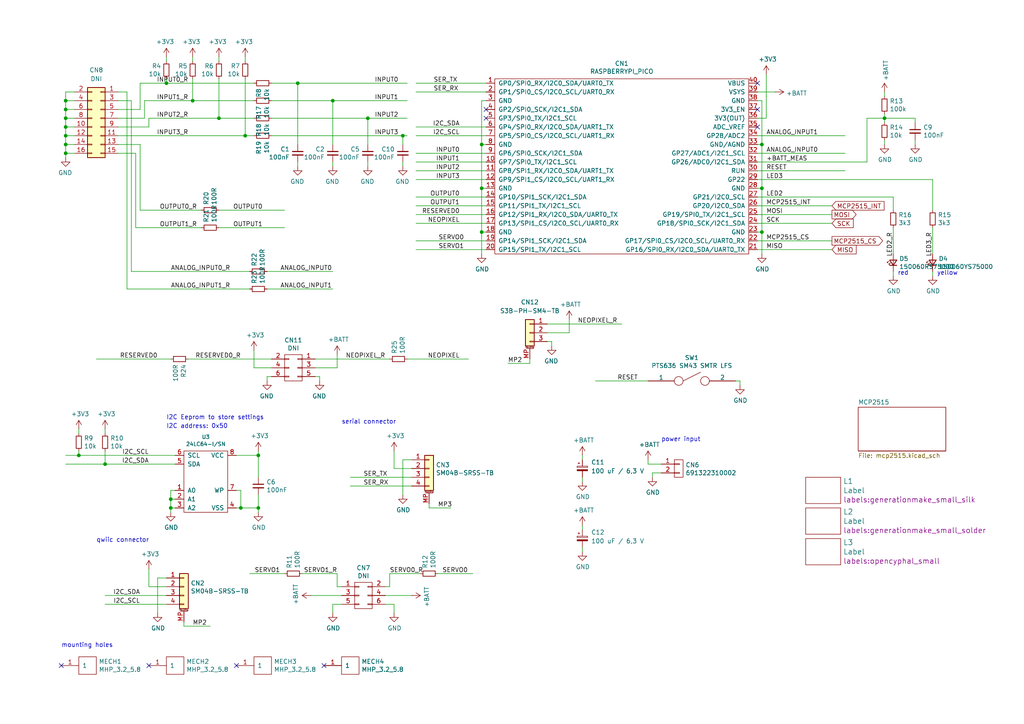
<source format=kicad_sch>
(kicad_sch (version 20211123) (generator eeschema)
  (paper "A4")
  (title_block (title "OpenCyphalPicoBase") (date "2023-04-16") (rev "0.2") (company "generationmake"))
  (lib_symbols
    (symbol "Connector_Generic:Conn_02x08_Odd_Even" (pin_names (offset 1.016) hide)
      (property "Reference" "J" (at 1.27 10.16 0))
      (property "Value" "Conn_02x08_Odd_Even" (at 1.27 -12.7 0))
      (symbol "Conn_02x08_Odd_Even_1_1"
        (pin passive line (at -5.08 7.62 0) (length 3.81) (name "Pin_1") (number "1"))
        (pin passive line (at 7.62 -2.54 180) (length 3.81) (name "Pin_10") (number "10"))
        (pin passive line (at -5.08 -5.08 0) (length 3.81) (name "Pin_11") (number "11"))
        (pin passive line (at 7.62 -5.08 180) (length 3.81) (name "Pin_12") (number "12"))
        (pin passive line (at -5.08 -7.62 0) (length 3.81) (name "Pin_13") (number "13"))
        (pin passive line (at 7.62 -7.62 180) (length 3.81) (name "Pin_14") (number "14"))
        (pin passive line (at -5.08 -10.16 0) (length 3.81) (name "Pin_15") (number "15"))
        (pin passive line (at 7.62 -10.16 180) (length 3.81) (name "Pin_16") (number "16"))
        (pin passive line (at 7.62 7.62 180) (length 3.81) (name "Pin_2") (number "2"))
        (pin passive line (at -5.08 5.08 0) (length 3.81) (name "Pin_3") (number "3"))
        (pin passive line (at 7.62 5.08 180) (length 3.81) (name "Pin_4") (number "4"))
        (pin passive line (at -5.08 2.54 0) (length 3.81) (name "Pin_5") (number "5"))
        (pin passive line (at 7.62 2.54 180) (length 3.81) (name "Pin_6") (number "6"))
        (pin passive line (at -5.08 0 0) (length 3.81) (name "Pin_7") (number "7"))
        (pin passive line (at 7.62 0 180) (length 3.81) (name "Pin_8") (number "8"))
        (pin passive line (at -5.08 -2.54 0) (length 3.81) (name "Pin_9") (number "9"))
      )
    )
    (symbol "Connector_Generic_MountingPin:Conn_01x03_MountingPin" (pin_names (offset 1.016) hide)
      (property "Reference" "J" (at 0 5.08 0))
      (property "Value" "Conn_01x03_MountingPin" (at 1.27 -5.08 0))
      (symbol "Conn_01x03_MountingPin_1_1"
        (text "Mounting" (at 0 -4.191 0) (effects (font (size 0.381 0.381))))
        (pin passive line (at -5.08 2.54 0) (length 3.81) (name "Pin_1") (number "1"))
        (pin passive line (at -5.08 0 0) (length 3.81) (name "Pin_2") (number "2"))
        (pin passive line (at -5.08 -2.54 0) (length 3.81) (name "Pin_3") (number "3"))
        (pin passive line (at 0 -7.62 90) (length 3.048) (name "MountPin") (number "MP"))
      )
    )
    (symbol "Connector_Generic_MountingPin:Conn_01x04_MountingPin" (pin_names (offset 1.016) hide)
      (property "Reference" "J" (at 0 5.08 0))
      (property "Value" "Conn_01x04_MountingPin" (at 1.27 -7.62 0))
      (symbol "Conn_01x04_MountingPin_1_1"
        (text "Mounting" (at 0 -6.731 0) (effects (font (size 0.381 0.381))))
        (pin passive line (at -5.08 2.54 0) (length 3.81) (name "Pin_1") (number "1"))
        (pin passive line (at -5.08 0 0) (length 3.81) (name "Pin_2") (number "2"))
        (pin passive line (at -5.08 -2.54 0) (length 3.81) (name "Pin_3") (number "3"))
        (pin passive line (at -5.08 -5.08 0) (length 3.81) (name "Pin_4") (number "4"))
        (pin passive line (at 0 -10.16 90) (length 3.048) (name "MountPin") (number "MP"))
      )
    )
    (symbol "Device:C_Polarized_Small" (pin_numbers hide) (pin_names (offset 0.254) hide)
      (property "Reference" "C" (at 0.254 1.778 0))
      (property "Value" "C_Polarized_Small" (at 0.254 -2.032 0))
      (symbol "C_Polarized_Small_1_1"
        (pin passive line (at 0 2.54 270) (length 1.8542) (name "~") (number "1"))
        (pin passive line (at 0 -2.54 90) (length 1.8542) (name "~") (number "2"))
      )
    )
    (symbol "Device:C_Small" (pin_numbers hide) (pin_names (offset 0.254) hide)
      (property "Reference" "C" (at 0.254 1.778 0))
      (property "Value" "C_Small" (at 0.254 -2.032 0))
      (symbol "C_Small_1_1"
        (pin passive line (at 0 2.54 270) (length 2.032) (name "~") (number "1"))
        (pin passive line (at 0 -2.54 90) (length 2.032) (name "~") (number "2"))
      )
    )
    (symbol "Device:LED_Small" (pin_numbers hide) (pin_names (offset 0.254) hide)
      (property "Reference" "D" (at -1.27 3.175 0))
      (property "Value" "LED_Small" (at -4.445 -2.54 0))
      (symbol "LED_Small_1_1"
        (pin passive line (at -2.54 0 0) (length 1.778) (name "K") (number "1"))
        (pin passive line (at 2.54 0 180) (length 1.778) (name "A") (number "2"))
      )
    )
    (symbol "Device:R_Small" (pin_numbers hide) (pin_names (offset 0.254) hide)
      (property "Reference" "R" (at 0.762 0.508 0))
      (property "Value" "R_Small" (at 0.762 -1.016 0))
      (symbol "R_Small_1_1"
        (pin passive line (at 0 2.54 270) (length 0.762) (name "~") (number "1"))
        (pin passive line (at 0 -2.54 90) (length 0.762) (name "~") (number "2"))
      )
    )
    (symbol "OpenCyphalPicoBase-rescue:+3.3V-power-supply" (power) (pin_names (offset 0))
      (property "Value" "+3.3V-power-supply" (at 0 3.556 0))
      (symbol "+3.3V-power-supply_1_1"
        (pin power_in line (at 0 0 90) (length 0) hide (name "+3V3") (number "1"))
      )
    )
    (symbol "OpenCyphalPicoBase-rescue:+BATT-power-supply" (power) (pin_names (offset 0))
      (property "Value" "+BATT-power-supply" (at 0 3.556 0))
      (symbol "+BATT-power-supply_1_1"
        (pin power_in line (at 0 0 90) (length 0) hide (name "+BATT") (number "1"))
      )
    )
    (symbol "OpenCyphalPicoBase-rescue:24LC64-IC_interface_i2c" (pin_names (offset 1.016))
      (property "Reference" "U" (at 0 10.16 0))
      (property "Value" "24LC64-IC_interface_i2c" (at 0 -10.16 0))
      (symbol "24LC64-IC_interface_i2c_1_1"
        (pin input line (at -8.89 -2.54 0) (length 2.54) (name "A0") (number "1"))
        (pin input line (at -8.89 -5.08 0) (length 2.54) (name "A1") (number "2"))
        (pin input line (at -8.89 -7.62 0) (length 2.54) (name "A2") (number "3"))
        (pin input line (at 8.89 -7.62 180) (length 2.54) (name "VSS") (number "4"))
        (pin input line (at -8.89 5.08 0) (length 2.54) (name "SDA") (number "5"))
        (pin input line (at -8.89 7.62 0) (length 2.54) (name "SCL") (number "6"))
        (pin input line (at 8.89 -2.54 180) (length 2.54) (name "WP") (number "7"))
        (pin input line (at 8.89 7.62 180) (length 2.54) (name "VCC") (number "8"))
      )
    )
    (symbol "OpenCyphalPicoBase-rescue:CONN_01X02-mechanical-connectors" (pin_names (offset 1.016) hide)
      (property "Reference" "P" (at 0 3.81 0))
      (property "Value" "CONN_01X02-mechanical-connectors" (at 2.54 0 90))
      (symbol "CONN_01X02-mechanical-connectors_1_1"
        (pin passive line (at -5.08 1.27 0) (length 3.81) (name "P1") (number "1"))
        (pin passive line (at -5.08 -1.27 0) (length 3.81) (name "P2") (number "2"))
      )
    )
    (symbol "OpenCyphalPicoBase-rescue:CONN_02X03-mechanical-connectors" (pin_names (offset 0.0254) hide)
      (property "Reference" "P" (at 0 5.08 0))
      (property "Value" "CONN_02X03-mechanical-connectors" (at 0 -5.08 0))
      (symbol "CONN_02X03-mechanical-connectors_1_1"
        (pin passive line (at -6.35 2.54 0) (length 3.81) (name "P1") (number "1"))
        (pin passive line (at 6.35 2.54 180) (length 3.81) (name "P2") (number "2"))
        (pin passive line (at -6.35 0 0) (length 3.81) (name "P3") (number "3"))
        (pin passive line (at 6.35 0 180) (length 3.81) (name "P4") (number "4"))
        (pin passive line (at -6.35 -2.54 0) (length 3.81) (name "P5") (number "5"))
        (pin passive line (at 6.35 -2.54 180) (length 3.81) (name "P6") (number "6"))
      )
    )
    (symbol "OpenCyphalPicoBase-rescue:GND-power-supply" (power) (pin_names (offset 0))
      (property "Value" "GND-power-supply" (at 0 -3.81 0))
      (symbol "GND-power-supply_1_1"
        (pin power_in line (at 0 0 270) (length 0) hide (name "GND") (number "1"))
      )
    )
    (symbol "OpenCyphalPicoBase-rescue:Label-devices" (pin_names (offset 1.016))
      (property "Reference" "L" (at 0 5.08 0))
      (property "Value" "Label-devices" (at 0 0 0))
    )
    (symbol "OpenCyphalPicoBase-rescue:MHP_3.2_5.8-MECH_mounting-holes" (pin_names (offset 1.016))
      (property "Reference" "MECH" (at 0 3.81 0))
      (property "Value" "MHP_3.2_5.8-MECH_mounting-holes" (at 1.27 -3.81 0))
      (symbol "MHP_3.2_5.8-MECH_mounting-holes_1_1"
        (pin bidirectional line (at -7.62 0 0) (length 5.08) (name "1") (number "1"))
      )
    )
    (symbol "OpenCyphalPicoBase-rescue:RASPBERRYPI_PICO-MODULE_compute" (pin_names (offset 1.016))
      (property "Reference" "CN" (at 0 26.67 0))
      (property "Value" "RASPBERRYPI_PICO-MODULE_compute" (at 0 -26.67 0))
      (symbol "RASPBERRYPI_PICO-MODULE_compute_1_1"
        (pin input line (at -39.37 24.13 0) (length 2.54) (name "GP0/SPI0_RX/I2C0_SDA/UART0_TX") (number "1"))
        (pin input line (at -39.37 1.27 0) (length 2.54) (name "GP7/SPI0_TX/I2C1_SCL") (number "10"))
        (pin input line (at -39.37 -1.27 0) (length 2.54) (name "GP8/SPI1_RX/I2C0_SDA/UART1_TX") (number "11"))
        (pin input line (at -39.37 -3.81 0) (length 2.54) (name "GP9/SPI1_CS/I2C0_SCL/UART1_RX") (number "12"))
        (pin input line (at -39.37 -6.35 0) (length 2.54) (name "GND") (number "13"))
        (pin input line (at -39.37 -8.89 0) (length 2.54) (name "GP10/SPI1_SCK/I2C1_SDA") (number "14"))
        (pin input line (at -39.37 -11.43 0) (length 2.54) (name "GP11/SPI1_TX/I2C1_SCL") (number "15"))
        (pin input line (at -39.37 -13.97 0) (length 2.54) (name "GP12/SPI1_RX/I2C0_SDA/UART0_TX") (number "16"))
        (pin input line (at -39.37 -16.51 0) (length 2.54) (name "GP13/SPI1_CS/I2C0_SCL/UART0_RX") (number "17"))
        (pin input line (at -39.37 -19.05 0) (length 2.54) (name "GND") (number "18"))
        (pin input line (at -39.37 -21.59 0) (length 2.54) (name "GP14/SPI1_SCK/I2C1_SDA") (number "19"))
        (pin input line (at -39.37 21.59 0) (length 2.54) (name "GP1/SPI0_CS/I2C0_SCL/UART0_RX") (number "2"))
        (pin input line (at -39.37 -24.13 0) (length 2.54) (name "GP15/SPI1_TX/I2C1_SCL") (number "20"))
        (pin input line (at 39.37 -24.13 180) (length 2.54) (name "GP16/SPI0_RX/I2C0_SDA/UART0_TX") (number "21"))
        (pin input line (at 39.37 -21.59 180) (length 2.54) (name "GP17/SPI0_CS/I2C0_SCL/UART0_RX") (number "22"))
        (pin input line (at 39.37 -19.05 180) (length 2.54) (name "GND") (number "23"))
        (pin input line (at 39.37 -16.51 180) (length 2.54) (name "GP18/SPI0_SCK/I2C1_SDA") (number "24"))
        (pin input line (at 39.37 -13.97 180) (length 2.54) (name "GP19/SPI0_TX/I2C1_SCL") (number "25"))
        (pin input line (at 39.37 -11.43 180) (length 2.54) (name "GP20/I2C0_SDA") (number "26"))
        (pin input line (at 39.37 -8.89 180) (length 2.54) (name "GP21/I2C0_SCL") (number "27"))
        (pin input line (at 39.37 -6.35 180) (length 2.54) (name "GND") (number "28"))
        (pin input line (at 39.37 -3.81 180) (length 2.54) (name "GP22") (number "29"))
        (pin input line (at -39.37 19.05 0) (length 2.54) (name "GND") (number "3"))
        (pin input line (at 39.37 -1.27 180) (length 2.54) (name "RUN") (number "30"))
        (pin input line (at 39.37 1.27 180) (length 2.54) (name "GP26/ADC0/I2C1_SDA") (number "31"))
        (pin input line (at 39.37 3.81 180) (length 2.54) (name "GP27/ADC1/I2C1_SCL") (number "32"))
        (pin input line (at 39.37 6.35 180) (length 2.54) (name "GND/AGND") (number "33"))
        (pin input line (at 39.37 8.89 180) (length 2.54) (name "GP28/ADC2") (number "34"))
        (pin input line (at 39.37 11.43 180) (length 2.54) (name "ADC_VREF") (number "35"))
        (pin input line (at 39.37 13.97 180) (length 2.54) (name "3V3(OUT)") (number "36"))
        (pin input line (at 39.37 16.51 180) (length 2.54) (name "3V3_EN") (number "37"))
        (pin input line (at 39.37 19.05 180) (length 2.54) (name "GND") (number "38"))
        (pin input line (at 39.37 21.59 180) (length 2.54) (name "VSYS") (number "39"))
        (pin input line (at -39.37 16.51 0) (length 2.54) (name "GP2/SPI0_SCK/I2C1_SDA") (number "4"))
        (pin input line (at 39.37 24.13 180) (length 2.54) (name "VBUS") (number "40"))
        (pin input line (at -39.37 13.97 0) (length 2.54) (name "GP3/SPI0_TX/I2C1_SCL") (number "5"))
        (pin input line (at -39.37 11.43 0) (length 2.54) (name "GP4/SPI0_RX/I2C0_SDA/UART1_TX") (number "6"))
        (pin input line (at -39.37 8.89 0) (length 2.54) (name "GP5/SPI0_CS/I2C0_SCL/UART1_RX") (number "7"))
        (pin input line (at -39.37 6.35 0) (length 2.54) (name "GND") (number "8"))
        (pin input line (at -39.37 3.81 0) (length 2.54) (name "GP6/SPI0_SCK/I2C1_SDA") (number "9"))
      )
    )
    (symbol "OpenCyphalPicoBase-rescue:SPST-devices" (pin_numbers hide) (pin_names (offset 0))
      (property "Reference" "SW" (at 0 2.54 0))
      (property "Value" "SPST-devices" (at 0 -2.54 0))
      (symbol "SPST-devices_1_1"
        (pin input line (at -12.7 0 0) (length 7.62) (name "1") (number "1"))
        (pin input line (at 12.7 0 180) (length 7.62) (name "2") (number "2"))
      )
    )
  )
  (junction (at 19.05 29.21))
  (junction (at 19.05 36.83))
  (junction (at 30.48 134.62))
  (junction (at 74.93 147.32))
  (junction (at 220.98 54.61))
  (junction (at 139.7 67.31))
  (junction (at 86.36 24.13))
  (junction (at 19.05 31.75))
  (junction (at 96.52 29.21))
  (junction (at 48.26 24.13))
  (junction (at 49.53 147.32))
  (junction (at 106.68 34.29))
  (junction (at 19.05 34.29))
  (junction (at 22.86 132.08))
  (junction (at 55.88 29.21))
  (junction (at 74.93 132.08))
  (junction (at 220.98 67.31))
  (junction (at 220.98 41.91))
  (junction (at 116.84 39.37))
  (junction (at 49.53 144.78))
  (junction (at 19.05 44.45))
  (junction (at 69.85 147.32))
  (junction (at 71.12 39.37))
  (junction (at 63.5 34.29))
  (junction (at 139.7 54.61))
  (junction (at 19.05 41.91))
  (junction (at 256.54 34.29))
  (junction (at 19.05 39.37))
  (junction (at 139.7 41.91))
  (no_connect (at 140.97 34.29))
  (no_connect (at 219.71 36.83))
  (no_connect (at 140.97 31.75))
  (no_connect (at 93.98 193.04))
  (no_connect (at 17.78 193.04))
  (no_connect (at 219.71 31.75))
  (no_connect (at 43.18 193.04))
  (no_connect (at 219.71 24.13))
  (no_connect (at 68.58 193.04))
  (wire (pts (xy 71.12 17.78) (xy 71.12 16.51)))
  (wire (pts (xy 220.98 67.31) (xy 220.98 73.66)))
  (wire (pts (xy 265.43 40.64) (xy 265.43 41.91)))
  (wire (pts (xy 50.8 142.24) (xy 49.53 142.24)))
  (wire (pts (xy 96.52 78.74) (xy 77.47 78.74)))
  (wire (pts (xy 113.03 170.18) (xy 111.76 170.18)))
  (wire (pts (xy 30.48 175.26) (xy 48.26 175.26)))
  (wire (pts (xy 48.26 167.64) (xy 45.72 167.64)))
  (wire (pts (xy 22.86 124.46) (xy 22.86 125.73)))
  (wire (pts (xy 34.29 29.21) (xy 38.1 29.21)))
  (wire (pts (xy 36.83 83.82) (xy 72.39 83.82)))
  (wire (pts (xy 101.6 138.43) (xy 119.38 138.43)))
  (wire (pts (xy 74.93 147.32) (xy 74.93 148.59)))
  (wire (pts (xy 168.91 152.4) (xy 168.91 153.67)))
  (wire (pts (xy 19.05 36.83) (xy 21.59 36.83)))
  (wire (pts (xy 36.83 26.67) (xy 34.29 26.67)))
  (wire (pts (xy 38.1 78.74) (xy 72.39 78.74)))
  (wire (pts (xy 69.85 147.32) (xy 74.93 147.32)))
  (wire (pts (xy 45.72 167.64) (xy 45.72 177.8)))
  (wire (pts (xy 34.29 44.45) (xy 39.37 44.45)))
  (wire (pts (xy 73.66 34.29) (xy 63.5 34.29)))
  (wire (pts (xy 40.64 31.75) (xy 40.64 24.13)))
  (wire (pts (xy 120.65 69.85) (xy 140.97 69.85)))
  (wire (pts (xy 21.59 26.67) (xy 19.05 26.67)))
  (wire (pts (xy 71.12 39.37) (xy 73.66 39.37)))
  (wire (pts (xy 111.76 175.26) (xy 114.3 175.26)))
  (wire (pts (xy 34.29 39.37) (xy 71.12 39.37)))
  (wire (pts (xy 120.65 39.37) (xy 140.97 39.37)))
  (wire (pts (xy 30.48 134.62) (xy 50.8 134.62)))
  (wire (pts (xy 106.68 41.91) (xy 106.68 34.29)))
  (wire (pts (xy 68.58 147.32) (xy 69.85 147.32)))
  (wire (pts (xy 256.54 27.94) (xy 256.54 26.67)))
  (wire (pts (xy 120.65 52.07) (xy 140.97 52.07)))
  (wire (pts (xy 116.84 46.99) (xy 116.84 48.26)))
  (wire (pts (xy 22.86 132.08) (xy 50.8 132.08)))
  (wire (pts (xy 270.51 52.07) (xy 270.51 60.96)))
  (wire (pts (xy 189.23 137.16) (xy 191.77 137.16)))
  (wire (pts (xy 50.8 144.78) (xy 49.53 144.78)))
  (wire (pts (xy 120.65 26.67) (xy 140.97 26.67)))
  (wire (pts (xy 49.53 142.24) (xy 49.53 144.78)))
  (wire (pts (xy 259.08 57.15) (xy 259.08 60.96)))
  (wire (pts (xy 220.98 41.91) (xy 220.98 54.61)))
  (wire (pts (xy 19.05 41.91) (xy 19.05 44.45)))
  (wire (pts (xy 54.61 104.14) (xy 78.74 104.14)))
  (wire (pts (xy 241.3 59.69) (xy 219.71 59.69)))
  (wire (pts (xy 139.7 29.21) (xy 139.7 41.91)))
  (wire (pts (xy 39.37 66.04) (xy 58.42 66.04)))
  (wire (pts (xy 34.29 31.75) (xy 40.64 31.75)))
  (wire (pts (xy 96.52 29.21) (xy 78.74 29.21)))
  (wire (pts (xy 118.11 29.21) (xy 96.52 29.21)))
  (wire (pts (xy 82.55 60.96) (xy 63.5 60.96)))
  (wire (pts (xy 219.71 29.21) (xy 220.98 29.21)))
  (wire (pts (xy 60.96 181.61) (xy 53.34 181.61)))
  (wire (pts (xy 19.05 34.29) (xy 19.05 36.83)))
  (wire (pts (xy 74.93 132.08) (xy 74.93 138.43)))
  (wire (pts (xy 78.74 106.68) (xy 73.66 106.68)))
  (wire (pts (xy 153.67 105.41) (xy 153.67 104.14)))
  (wire (pts (xy 139.7 67.31) (xy 139.7 73.66)))
  (wire (pts (xy 259.08 78.74) (xy 259.08 80.01)))
  (wire (pts (xy 48.26 16.51) (xy 48.26 17.78)))
  (wire (pts (xy 256.54 40.64) (xy 256.54 41.91)))
  (wire (pts (xy 87.63 166.37) (xy 97.79 166.37)))
  (wire (pts (xy 251.46 34.29) (xy 256.54 34.29)))
  (wire (pts (xy 220.98 29.21) (xy 220.98 41.91)))
  (wire (pts (xy 259.08 66.04) (xy 259.08 73.66)))
  (wire (pts (xy 241.3 72.39) (xy 219.71 72.39)))
  (wire (pts (xy 19.05 36.83) (xy 19.05 39.37)))
  (wire (pts (xy 69.85 142.24) (xy 69.85 147.32)))
  (wire (pts (xy 256.54 35.56) (xy 256.54 34.29)))
  (wire (pts (xy 139.7 54.61) (xy 139.7 67.31)))
  (wire (pts (xy 180.34 93.98) (xy 158.75 93.98)))
  (wire (pts (xy 92.71 109.22) (xy 92.71 110.49)))
  (wire (pts (xy 73.66 24.13) (xy 48.26 24.13)))
  (wire (pts (xy 120.65 36.83) (xy 140.97 36.83)))
  (wire (pts (xy 119.38 133.35) (xy 116.84 133.35)))
  (wire (pts (xy 168.91 138.43) (xy 168.91 139.7)))
  (wire (pts (xy 19.05 41.91) (xy 21.59 41.91)))
  (wire (pts (xy 251.46 46.99) (xy 251.46 34.29)))
  (wire (pts (xy 77.47 109.22) (xy 77.47 110.49)))
  (wire (pts (xy 114.3 135.89) (xy 114.3 130.81)))
  (wire (pts (xy 43.18 170.18) (xy 43.18 165.1)))
  (wire (pts (xy 19.05 44.45) (xy 21.59 44.45)))
  (wire (pts (xy 219.71 41.91) (xy 220.98 41.91)))
  (wire (pts (xy 219.71 34.29) (xy 222.25 34.29)))
  (wire (pts (xy 82.55 66.04) (xy 63.5 66.04)))
  (wire (pts (xy 137.16 166.37) (xy 127 166.37)))
  (wire (pts (xy 245.11 44.45) (xy 219.71 44.45)))
  (wire (pts (xy 172.72 110.49) (xy 187.96 110.49)))
  (wire (pts (xy 43.18 34.29) (xy 63.5 34.29)))
  (wire (pts (xy 116.84 133.35) (xy 116.84 143.51)))
  (wire (pts (xy 78.74 109.22) (xy 77.47 109.22)))
  (wire (pts (xy 55.88 17.78) (xy 55.88 16.51)))
  (wire (pts (xy 21.59 31.75) (xy 19.05 31.75)))
  (wire (pts (xy 113.03 166.37) (xy 121.92 166.37)))
  (wire (pts (xy 63.5 16.51) (xy 63.5 17.78)))
  (wire (pts (xy 34.29 41.91) (xy 40.64 41.91)))
  (wire (pts (xy 71.12 22.86) (xy 71.12 39.37)))
  (wire (pts (xy 68.58 142.24) (xy 69.85 142.24)))
  (wire (pts (xy 22.86 130.81) (xy 22.86 132.08)))
  (wire (pts (xy 165.1 96.52) (xy 165.1 92.71)))
  (wire (pts (xy 90.17 172.72) (xy 99.06 172.72)))
  (wire (pts (xy 40.64 41.91) (xy 40.64 60.96)))
  (wire (pts (xy 140.97 29.21) (xy 139.7 29.21)))
  (wire (pts (xy 140.97 41.91) (xy 139.7 41.91)))
  (wire (pts (xy 43.18 36.83) (xy 43.18 34.29)))
  (wire (pts (xy 74.93 130.81) (xy 74.93 132.08)))
  (wire (pts (xy 49.53 147.32) (xy 49.53 148.59)))
  (wire (pts (xy 219.71 46.99) (xy 251.46 46.99)))
  (wire (pts (xy 19.05 29.21) (xy 19.05 31.75)))
  (wire (pts (xy 86.36 46.99) (xy 86.36 48.26)))
  (wire (pts (xy 241.3 64.77) (xy 219.71 64.77)))
  (wire (pts (xy 19.05 39.37) (xy 19.05 41.91)))
  (wire (pts (xy 270.51 78.74) (xy 270.51 80.01)))
  (wire (pts (xy 41.91 29.21) (xy 55.88 29.21)))
  (wire (pts (xy 86.36 24.13) (xy 78.74 24.13)))
  (wire (pts (xy 96.52 46.99) (xy 96.52 48.26)))
  (wire (pts (xy 119.38 135.89) (xy 114.3 135.89)))
  (wire (pts (xy 158.75 99.06) (xy 160.02 99.06)))
  (wire (pts (xy 189.23 137.16) (xy 189.23 138.43)))
  (wire (pts (xy 19.05 134.62) (xy 30.48 134.62)))
  (wire (pts (xy 168.91 132.08) (xy 168.91 133.35)))
  (wire (pts (xy 256.54 34.29) (xy 265.43 34.29)))
  (wire (pts (xy 140.97 54.61) (xy 139.7 54.61)))
  (wire (pts (xy 187.96 134.62) (xy 187.96 133.35)))
  (wire (pts (xy 19.05 132.08) (xy 22.86 132.08)))
  (wire (pts (xy 38.1 29.21) (xy 38.1 78.74)))
  (wire (pts (xy 39.37 44.45) (xy 39.37 66.04)))
  (wire (pts (xy 219.71 57.15) (xy 259.08 57.15)))
  (wire (pts (xy 48.26 22.86) (xy 48.26 24.13)))
  (wire (pts (xy 48.26 170.18) (xy 43.18 170.18)))
  (wire (pts (xy 97.79 170.18) (xy 99.06 170.18)))
  (wire (pts (xy 219.71 52.07) (xy 270.51 52.07)))
  (wire (pts (xy 36.83 26.67) (xy 36.83 83.82)))
  (wire (pts (xy 53.34 181.61) (xy 53.34 180.34)))
  (wire (pts (xy 120.65 59.69) (xy 140.97 59.69)))
  (wire (pts (xy 91.44 109.22) (xy 92.71 109.22)))
  (wire (pts (xy 120.65 44.45) (xy 140.97 44.45)))
  (wire (pts (xy 73.66 106.68) (xy 73.66 101.6)))
  (wire (pts (xy 19.05 26.67) (xy 19.05 29.21)))
  (wire (pts (xy 116.84 39.37) (xy 78.74 39.37)))
  (wire (pts (xy 91.44 106.68) (xy 97.79 106.68)))
  (wire (pts (xy 120.65 57.15) (xy 140.97 57.15)))
  (wire (pts (xy 55.88 22.86) (xy 55.88 29.21)))
  (wire (pts (xy 220.98 54.61) (xy 220.98 67.31)))
  (wire (pts (xy 49.53 104.14) (xy 27.94 104.14)))
  (wire (pts (xy 130.81 147.32) (xy 124.46 147.32)))
  (wire (pts (xy 219.71 67.31) (xy 220.98 67.31)))
  (wire (pts (xy 41.91 34.29) (xy 41.91 29.21)))
  (wire (pts (xy 96.52 83.82) (xy 77.47 83.82)))
  (wire (pts (xy 58.42 60.96) (xy 40.64 60.96)))
  (wire (pts (xy 19.05 34.29) (xy 21.59 34.29)))
  (wire (pts (xy 265.43 34.29) (xy 265.43 35.56)))
  (wire (pts (xy 119.38 172.72) (xy 111.76 172.72)))
  (wire (pts (xy 139.7 41.91) (xy 139.7 54.61)))
  (wire (pts (xy 19.05 31.75) (xy 19.05 34.29)))
  (wire (pts (xy 160.02 99.06) (xy 160.02 100.33)))
  (wire (pts (xy 19.05 44.45) (xy 19.05 45.72)))
  (wire (pts (xy 118.11 24.13) (xy 86.36 24.13)))
  (wire (pts (xy 30.48 172.72) (xy 48.26 172.72)))
  (wire (pts (xy 120.65 64.77) (xy 140.97 64.77)))
  (wire (pts (xy 19.05 39.37) (xy 21.59 39.37)))
  (wire (pts (xy 118.11 34.29) (xy 106.68 34.29)))
  (wire (pts (xy 21.59 29.21) (xy 19.05 29.21)))
  (wire (pts (xy 74.93 143.51) (xy 74.93 147.32)))
  (wire (pts (xy 214.63 110.49) (xy 214.63 111.76)))
  (wire (pts (xy 120.65 24.13) (xy 140.97 24.13)))
  (wire (pts (xy 222.25 34.29) (xy 222.25 21.59)))
  (wire (pts (xy 40.64 24.13) (xy 48.26 24.13)))
  (wire (pts (xy 120.65 46.99) (xy 140.97 46.99)))
  (wire (pts (xy 97.79 106.68) (xy 97.79 102.87)))
  (wire (pts (xy 86.36 41.91) (xy 86.36 24.13)))
  (wire (pts (xy 168.91 158.75) (xy 168.91 160.02)))
  (wire (pts (xy 55.88 29.21) (xy 73.66 29.21)))
  (wire (pts (xy 191.77 134.62) (xy 187.96 134.62)))
  (wire (pts (xy 50.8 147.32) (xy 49.53 147.32)))
  (wire (pts (xy 147.32 105.41) (xy 153.67 105.41)))
  (wire (pts (xy 72.39 166.37) (xy 82.55 166.37)))
  (wire (pts (xy 224.79 26.67) (xy 219.71 26.67)))
  (wire (pts (xy 99.06 175.26) (xy 96.52 175.26)))
  (wire (pts (xy 124.46 147.32) (xy 124.46 146.05)))
  (wire (pts (xy 113.03 166.37) (xy 113.03 170.18)))
  (wire (pts (xy 49.53 144.78) (xy 49.53 147.32)))
  (wire (pts (xy 245.11 49.53) (xy 219.71 49.53)))
  (wire (pts (xy 213.36 110.49) (xy 214.63 110.49)))
  (wire (pts (xy 113.03 104.14) (xy 91.44 104.14)))
  (wire (pts (xy 219.71 54.61) (xy 220.98 54.61)))
  (wire (pts (xy 30.48 130.81) (xy 30.48 134.62)))
  (wire (pts (xy 241.3 69.85) (xy 219.71 69.85)))
  (wire (pts (xy 30.48 124.46) (xy 30.48 125.73)))
  (wire (pts (xy 63.5 22.86) (xy 63.5 34.29)))
  (wire (pts (xy 140.97 67.31) (xy 139.7 67.31)))
  (wire (pts (xy 97.79 166.37) (xy 97.79 170.18)))
  (wire (pts (xy 96.52 41.91) (xy 96.52 29.21)))
  (wire (pts (xy 118.11 39.37) (xy 116.84 39.37)))
  (wire (pts (xy 120.65 49.53) (xy 140.97 49.53)))
  (wire (pts (xy 120.65 62.23) (xy 140.97 62.23)))
  (wire (pts (xy 114.3 175.26) (xy 114.3 177.8)))
  (wire (pts (xy 101.6 140.97) (xy 119.38 140.97)))
  (wire (pts (xy 158.75 96.52) (xy 165.1 96.52)))
  (wire (pts (xy 135.89 104.14) (xy 118.11 104.14)))
  (wire (pts (xy 34.29 36.83) (xy 43.18 36.83)))
  (wire (pts (xy 120.65 72.39) (xy 140.97 72.39)))
  (wire (pts (xy 68.58 132.08) (xy 74.93 132.08)))
  (wire (pts (xy 106.68 34.29) (xy 78.74 34.29)))
  (wire (pts (xy 106.68 46.99) (xy 106.68 48.26)))
  (wire (pts (xy 241.3 62.23) (xy 219.71 62.23)))
  (wire (pts (xy 245.11 39.37) (xy 219.71 39.37)))
  (wire (pts (xy 96.52 175.26) (xy 96.52 177.8)))
  (wire (pts (xy 116.84 41.91) (xy 116.84 39.37)))
  (wire (pts (xy 34.29 34.29) (xy 41.91 34.29)))
  (wire (pts (xy 270.51 66.04) (xy 270.51 73.66)))
  (wire (pts (xy 256.54 34.29) (xy 256.54 33.02)))
  (text "yellow" (at 271.78 80.01 0) (effects (font (size 1.27 1.27)) (justify left bottom)))
  (text "serial connector" (at 99.06 123.19 0) (effects (font (size 1.27 1.27)) (justify left bottom)))
  (text "qwiic connector" (at 27.94 157.48 0) (effects (font (size 1.27 1.27)) (justify left bottom)))
  (text "mounting holes" (at 17.78 187.96 0) (effects (font (size 1.27 1.27)) (justify left bottom)))
  (text "red" (at 260.35 80.01 0) (effects (font (size 1.27 1.27)) (justify left bottom)))
  (text "I2C address: 0x50" (at 48.26 124.46 0) (effects (font (size 1.27 1.27)) (justify left bottom)))
  (text "I2C Eeprom to store settings" (at 48.26 121.92 0) (effects (font (size 1.27 1.27)) (justify left bottom)))
  (text "power input" (at 191.77 128.27 0) (effects (font (size 1.27 1.27)) (justify left bottom)))
  (label "RESET" (at 222.25 49.53 0))
  (label "LED2_R" (at 259.08 67.31 270))
  (label "MP2" (at 147.32 105.41 0))
  (label "I2C_SCL" (at 43.18 132.08 180))
  (label "INPUT1_R" (at 54.61 29.21 180))
  (label "SER_TX" (at 125.73 24.13 0))
  (label "RESERVED0" (at 45.72 104.14 180))
  (label "ANALOG_INPUT0_R" (at 49.53 78.74 0))
  (label "MP2" (at 55.88 181.61 0))
  (label "MOSI" (at 222.25 62.23 0))
  (label "SERVO1" (at 81.28 166.37 180))
  (label "INPUT2_R" (at 54.61 34.29 180))
  (label "RESERVED0_R" (at 69.85 104.14 180))
  (label "LED2" (at 222.25 57.15 0))
  (label "ANALOG_INPUT0" (at 222.25 44.45 0))
  (label "LED3_R" (at 270.51 67.31 270))
  (label "SER_RX" (at 125.73 26.67 0))
  (label "OUTPUT0" (at 76.2 60.96 180))
  (label "I2C_SCL" (at 133.35 39.37 180))
  (label "ANALOG_INPUT0" (at 81.28 78.74 0))
  (label "INPUT2" (at 133.35 49.53 180))
  (label "INPUT0_R" (at 54.61 24.13 180))
  (label "INPUT0" (at 133.35 44.45 180))
  (label "ANALOG_INPUT1" (at 222.25 39.37 0))
  (label "INPUT3" (at 115.57 39.37 180))
  (label "LED3" (at 222.25 52.07 0))
  (label "SER_RX" (at 105.41 140.97 0))
  (label "I2C_SDA" (at 40.64 172.72 180))
  (label "I2C_SCL" (at 40.64 175.26 180))
  (label "OUTPUT1" (at 133.35 59.69 180))
  (label "SERVO0" (at 134.62 69.85 180))
  (label "I2C_SDA" (at 133.35 36.83 180))
  (label "RESERVED0" (at 133.35 62.23 180))
  (label "RESET" (at 179.07 110.49 0))
  (label "SERVO0" (at 128.27 166.37 0))
  (label "ANALOG_INPUT1_R" (at 49.53 83.82 0))
  (label "OUTPUT1_R" (at 57.15 66.04 180))
  (label "OUTPUT0_R" (at 57.15 60.96 180))
  (label "OUTPUT0" (at 133.35 57.15 180))
  (label "INPUT1" (at 133.35 46.99 180))
  (label "SERVO0_R" (at 113.03 166.37 0))
  (label "NEOPIXEL_R" (at 179.07 93.98 180))
  (label "NEOPIXEL_R" (at 111.76 104.14 180))
  (label "SCK" (at 222.25 64.77 0))
  (label "INPUT3" (at 133.35 52.07 180))
  (label "OUTPUT1" (at 76.2 66.04 180))
  (label "SER_TX" (at 105.41 138.43 0))
  (label "NEOPIXEL" (at 133.35 104.14 180))
  (label "MISO" (at 222.25 72.39 0))
  (label "INPUT3_R" (at 54.61 39.37 180))
  (label "SERVO1" (at 134.62 72.39 180))
  (label "MCP2515_INT" (at 222.25 59.69 0))
  (label "MP3" (at 127 147.32 0))
  (label "INPUT0" (at 115.57 24.13 180))
  (label "INPUT2" (at 115.57 34.29 180))
  (label "ANALOG_INPUT1" (at 81.28 83.82 0))
  (label "INPUT1" (at 115.57 29.21 180))
  (label "SERVO1_R" (at 97.79 166.37 180))
  (label "+BATT_MEAS" (at 222.25 46.99 0))
  (label "I2C_SDA" (at 43.18 134.62 180))
  (label "MCP2515_CS" (at 222.25 69.85 0))
  (label "NEOPIXEL" (at 133.35 64.77 180))
  (global_label "MISO" (shape input) (at 241.3 72.39 0) (property "Referenzen zwischen Schaltplänen" "${INTERSHEET_REFS}" (effects hide)))
  (global_label "MOSI" (shape output) (at 241.3 62.23 0) (property "Referenzen zwischen Schaltplänen" "${INTERSHEET_REFS}" (effects hide)))
  (global_label "MCP2515_CS" (shape output) (at 241.3 69.85 0) (property "Referenzen zwischen Schaltplänen" "${INTERSHEET_REFS}" (effects hide)))
  (global_label "SCK" (shape input) (at 241.3 64.77 0) (property "Referenzen zwischen Schaltplänen" "${INTERSHEET_REFS}" (effects hide)))
  (global_label "MCP2515_INT" (shape input) (at 241.3 59.69 0) (property "Referenzen zwischen Schaltplänen" "${INTERSHEET_REFS}" (effects hide)))
  (symbol (lib_id "OpenCyphalPicoBase-rescue:MHP_3.2_5.8-MECH_mounting-holes") (at 25.4 193.04 0) (unit 1) (in_bom no)
    (property "Reference" "MECH1" (at 28.6512 191.8716 0) (effects (justify left)))
    (property "Value" "MHP_3.2_5.8" (at 28.6512 194.183 0) (effects (justify left)))
    (property "Footprint" "MECH_mounting_holes:MHP_3.2_5.8" (effects hide))
  )
  (symbol (lib_id "OpenCyphalPicoBase-rescue:MHP_3.2_5.8-MECH_mounting-holes") (at 50.8 193.04 0) (unit 1) (in_bom no)
    (property "Reference" "MECH2" (at 54.0512 191.8716 0) (effects (justify left)))
    (property "Value" "MHP_3.2_5.8" (at 54.0512 194.183 0) (effects (justify left)))
    (property "Footprint" "MECH_mounting_holes:MHP_3.2_5.8" (effects hide))
  )
  (symbol (lib_id "OpenCyphalPicoBase-rescue:MHP_3.2_5.8-MECH_mounting-holes") (at 76.2 193.04 0) (unit 1) (in_bom no)
    (property "Reference" "MECH3" (at 79.4512 191.8716 0) (effects (justify left)))
    (property "Value" "MHP_3.2_5.8" (at 79.4512 194.183 0) (effects (justify left)))
    (property "Footprint" "MECH_mounting_holes:MHP_3.2_5.8" (effects hide))
  )
  (symbol (lib_id "OpenCyphalPicoBase-rescue:MHP_3.2_5.8-MECH_mounting-holes") (at 101.6 193.04 0) (unit 1) (in_bom no)
    (property "Reference" "MECH4" (at 104.8512 191.8716 0) (effects (justify left)))
    (property "Value" "MHP_3.2_5.8" (at 104.8512 194.183 0) (effects (justify left)))
    (property "Footprint" "MECH_mounting_holes:MHP_3.2_5.8" (effects hide))
  )
  (symbol (lib_id "OpenCyphalPicoBase-rescue:GND-power-supply") (at 139.7 73.66 0) (unit 1)
    (property "Reference" "#PWR01" (effects hide))
    (property "Value" "GND" (at 139.827 78.0542 0))
  )
  (symbol (lib_id "OpenCyphalPicoBase-rescue:+3.3V-power-supply") (at 222.25 21.59 0) (unit 1)
    (property "Reference" "#PWR02" (effects hide))
    (property "Value" "+3.3V" (at 222.631 17.1958 0))
  )
  (symbol (lib_id "OpenCyphalPicoBase-rescue:CONN_02X03-mechanical-connectors") (at 105.41 172.72 0) (unit 1) (in_bom no)
    (property "Reference" "CN7" (at 105.41 164.719 0))
    (property "Value" "DNI" (at 105.41 167.0304 0))
    (property "Footprint" "Connector_PinHeader_2.54mm:PinHeader_2x03_P2.54mm_Horizontal" (effects hide))
  )
  (symbol (lib_id "OpenCyphalPicoBase-rescue:GND-power-supply") (at 96.52 177.8 0) (unit 1)
    (property "Reference" "#PWR032" (effects hide))
    (property "Value" "GND" (at 96.647 182.1942 0))
  )
  (symbol (lib_id "OpenCyphalPicoBase-rescue:GND-power-supply") (at 114.3 177.8 0) (unit 1)
    (property "Reference" "#PWR033" (effects hide))
    (property "Value" "GND" (at 114.427 182.1942 0))
  )
  (symbol (lib_id "Connector_Generic_MountingPin:Conn_01x04_MountingPin") (at 124.46 135.89 0) (unit 1)
    (property "Reference" "CN3" (at 126.4412 134.8486 0) (effects (justify left)))
    (property "Value" "SM04B-SRSS-TB" (at 126.4412 137.16 0) (effects (justify left)))
    (property "Footprint" "Connector_JST:JST_SH_SM04B-SRSS-TB_1x04-1MP_P1.00mm_Horizontal" (effects hide))
  )
  (symbol (lib_id "OpenCyphalPicoBase-rescue:GND-power-supply") (at 116.84 143.51 0) (unit 1)
    (property "Reference" "#PWR040" (effects hide))
    (property "Value" "GND" (at 116.967 147.9042 0))
  )
  (symbol (lib_id "OpenCyphalPicoBase-rescue:+3.3V-power-supply") (at 114.3 130.81 0) (unit 1)
    (property "Reference" "#PWR039" (effects hide))
    (property "Value" "+3.3V" (at 114.681 126.4158 0))
  )
  (symbol (lib_id "Device:R_Small") (at 22.86 128.27 0) (unit 1)
    (property "Reference" "R9" (at 24.3586 127.1016 0) (effects (justify left)))
    (property "Value" "10k" (at 24.3586 129.413 0) (effects (justify left)))
    (property "Footprint" "Resistor_SMD:R_0603_1608Metric" (effects hide))
  )
  (symbol (lib_id "Device:R_Small") (at 30.48 128.27 0) (unit 1)
    (property "Reference" "R10" (at 31.9786 127.1016 0) (effects (justify left)))
    (property "Value" "10k" (at 31.9786 129.413 0) (effects (justify left)))
    (property "Footprint" "Resistor_SMD:R_0603_1608Metric" (effects hide))
  )
  (symbol (lib_id "OpenCyphalPicoBase-rescue:+3.3V-power-supply") (at 22.86 124.46 0) (unit 1)
    (property "Reference" "#PWR041" (effects hide))
    (property "Value" "+3.3V" (at 23.241 120.0658 0))
  )
  (symbol (lib_id "OpenCyphalPicoBase-rescue:+3.3V-power-supply") (at 30.48 124.46 0) (unit 1)
    (property "Reference" "#PWR042" (effects hide))
    (property "Value" "+3.3V" (at 30.861 120.0658 0))
  )
  (symbol (lib_id "OpenCyphalPicoBase-rescue:GND-power-supply") (at 45.72 177.8 0) (unit 1)
    (property "Reference" "#PWR031" (effects hide))
    (property "Value" "GND" (at 45.847 182.1942 0))
  )
  (symbol (lib_id "Connector_Generic_MountingPin:Conn_01x04_MountingPin") (at 53.34 170.18 0) (unit 1)
    (property "Reference" "CN2" (at 55.3212 169.1386 0) (effects (justify left)))
    (property "Value" "SM04B-SRSS-TB" (at 55.3212 171.45 0) (effects (justify left)))
    (property "Footprint" "Connector_JST:JST_SH_SM04B-SRSS-TB_1x04-1MP_P1.00mm_Horizontal" (effects hide))
  )
  (symbol (lib_id "OpenCyphalPicoBase-rescue:+3.3V-power-supply") (at 43.18 165.1 0) (unit 1)
    (property "Reference" "#PWR019" (effects hide))
    (property "Value" "+3.3V" (at 43.561 160.7058 0))
  )
  (symbol (lib_id "Device:R_Small") (at 124.46 166.37 90) (unit 1)
    (property "Reference" "R12" (at 123.2916 164.8714 0) (effects (justify left)))
    (property "Value" "100R" (at 125.603 164.8714 0) (effects (justify left)))
    (property "Footprint" "Resistor_SMD:R_0603_1608Metric" (effects hide))
  )
  (symbol (lib_id "Device:R_Small") (at 85.09 166.37 90) (unit 1)
    (property "Reference" "R11" (at 83.9216 164.8714 0) (effects (justify left)))
    (property "Value" "100R" (at 86.233 164.8714 0) (effects (justify left)))
    (property "Footprint" "Resistor_SMD:R_0603_1608Metric" (effects hide))
  )
  (symbol (lib_id "OpenCyphalPicoBase-rescue:24LC64-IC_interface_i2c") (at 59.69 139.7 0) (unit 1)
    (property "Reference" "U3" (at 59.69 126.746 0) (effects (font (size 1.0922 1.0922))))
    (property "Value" "24LC64-I/SN" (at 59.69 128.8034 0) (effects (font (size 1.0922 1.0922))))
    (property "Footprint" "Package_SO:SOIC-8_3.9x4.9mm_P1.27mm" (effects hide))
  )
  (symbol (lib_id "Device:C_Small") (at 74.93 140.97 0) (unit 1)
    (property "Reference" "C6" (at 77.2668 139.8016 0) (effects (justify left)))
    (property "Value" "100nF" (at 77.2668 142.113 0) (effects (justify left)))
    (property "Footprint" "Capacitor_SMD:C_0603_1608Metric" (effects hide))
  )
  (symbol (lib_id "OpenCyphalPicoBase-rescue:+3.3V-power-supply") (at 74.93 130.81 0) (unit 1)
    (property "Reference" "#PWR016" (effects hide))
    (property "Value" "+3.3V" (at 75.311 126.4158 0))
  )
  (symbol (lib_id "OpenCyphalPicoBase-rescue:GND-power-supply") (at 74.93 148.59 0) (unit 1)
    (property "Reference" "#PWR018" (effects hide))
    (property "Value" "GND" (at 75.057 152.9842 0))
  )
  (symbol (lib_id "OpenCyphalPicoBase-rescue:GND-power-supply") (at 49.53 148.59 0) (unit 1)
    (property "Reference" "#PWR017" (effects hide))
    (property "Value" "GND" (at 49.657 152.9842 0))
  )
  (symbol (lib_id "OpenCyphalPicoBase-rescue:CONN_01X02-mechanical-connectors") (at 196.85 135.89 0) (unit 1) (in_bom no)
    (property "Reference" "CN6" (at 198.8312 134.8486 0) (effects (justify left)))
    (property "Value" "691322310002" (at 198.8312 137.16 0) (effects (justify left)))
    (property "Footprint" "CON_wuerth:WR-TBL_691322310002" (effects hide))
  )
  (symbol (lib_id "OpenCyphalPicoBase-rescue:GND-power-supply") (at 189.23 138.43 0) (unit 1)
    (property "Reference" "#PWR021" (effects hide))
    (property "Value" "GND" (at 189.357 142.8242 0))
  )
  (symbol (lib_id "OpenCyphalPicoBase-rescue:+BATT-power-supply") (at 187.96 133.35 0) (unit 1)
    (property "Reference" "#PWR020" (effects hide))
    (property "Value" "+BATT" (at 188.341 128.9558 0))
  )
  (symbol (lib_id "OpenCyphalPicoBase-rescue:+BATT-power-supply") (at 224.79 26.67 270) (unit 1)
    (property "Reference" "#PWR015" (effects hide))
    (property "Value" "+BATT" (at 228.0158 27.051 90) (effects (justify left)))
  )
  (symbol (lib_id "Device:LED_Small") (at 259.08 76.2 90) (unit 1)
    (property "Reference" "D5" (at 260.8072 75.0316 90) (effects (justify right)))
    (property "Value" "150060RS75000" (at 260.8072 77.343 90) (effects (justify right)))
    (property "Footprint" "LED_SMD:LED_0603_1608Metric" (effects hide))
  )
  (symbol (lib_id "Device:R_Small") (at 259.08 63.5 0) (unit 1)
    (property "Reference" "R16" (at 260.5786 62.3316 0) (effects (justify left)))
    (property "Value" "3k3" (at 260.5786 64.643 0) (effects (justify left)))
    (property "Footprint" "Resistor_SMD:R_0603_1608Metric" (effects hide))
  )
  (symbol (lib_id "OpenCyphalPicoBase-rescue:GND-power-supply") (at 259.08 80.01 0) (unit 1)
    (property "Reference" "#PWR047" (effects hide))
    (property "Value" "GND" (at 259.207 84.4042 0))
  )
  (symbol (lib_id "Device:LED_Small") (at 270.51 76.2 90) (unit 1)
    (property "Reference" "D4" (at 272.2372 75.0316 90) (effects (justify right)))
    (property "Value" "150060YS75000" (at 272.2372 77.343 90) (effects (justify right)))
    (property "Footprint" "LED_SMD:LED_0603_1608Metric" (effects hide))
  )
  (symbol (lib_id "Device:R_Small") (at 270.51 63.5 0) (unit 1)
    (property "Reference" "R15" (at 272.0086 62.3316 0) (effects (justify left)))
    (property "Value" "3k3" (at 272.0086 64.643 0) (effects (justify left)))
    (property "Footprint" "Resistor_SMD:R_0603_1608Metric" (effects hide))
  )
  (symbol (lib_id "OpenCyphalPicoBase-rescue:GND-power-supply") (at 270.51 80.01 0) (unit 1)
    (property "Reference" "#PWR046" (effects hide))
    (property "Value" "GND" (at 270.637 84.4042 0))
  )
  (symbol (lib_id "Device:R_Small") (at 256.54 30.48 0) (unit 1)
    (property "Reference" "R13" (at 258.0386 29.3116 0) (effects (justify left)))
    (property "Value" "100k" (at 258.0386 31.623 0) (effects (justify left)))
    (property "Footprint" "Resistor_SMD:R_0603_1608Metric" (effects hide))
  )
  (symbol (lib_id "Device:R_Small") (at 256.54 38.1 0) (unit 1)
    (property "Reference" "R14" (at 258.0386 36.9316 0) (effects (justify left)))
    (property "Value" "10k" (at 258.0386 39.243 0) (effects (justify left)))
    (property "Footprint" "Resistor_SMD:R_0603_1608Metric" (effects hide))
  )
  (symbol (lib_id "Device:C_Small") (at 265.43 38.1 0) (unit 1)
    (property "Reference" "C9" (at 267.7668 36.9316 0) (effects (justify left)))
    (property "Value" "100nF" (at 267.7668 39.243 0) (effects (justify left)))
    (property "Footprint" "Capacitor_SMD:C_0603_1608Metric" (effects hide))
  )
  (symbol (lib_id "OpenCyphalPicoBase-rescue:GND-power-supply") (at 265.43 41.91 0) (unit 1)
    (property "Reference" "#PWR045" (effects hide))
    (property "Value" "GND" (at 265.557 46.3042 0))
  )
  (symbol (lib_id "OpenCyphalPicoBase-rescue:GND-power-supply") (at 256.54 41.91 0) (unit 1)
    (property "Reference" "#PWR044" (effects hide))
    (property "Value" "GND" (at 256.667 46.3042 0))
  )
  (symbol (lib_id "OpenCyphalPicoBase-rescue:+BATT-power-supply") (at 256.54 26.67 0) (unit 1)
    (property "Reference" "#PWR043" (effects hide))
    (property "Value" "+BATT" (at 256.921 23.4442 90) (effects (justify left)))
  )
  (symbol (lib_id "OpenCyphalPicoBase-rescue:Label-devices") (at 238.76 142.24 0) (unit 1) (in_bom no)
    (property "Reference" "L1" (at 244.5512 139.5476 0) (effects (font (size 1.524 1.524)) (justify left)))
    (property "Value" "Label" (at 244.5512 142.24 0) (effects (font (size 1.524 1.524)) (justify left)))
    (property "Footprint" "labels:generationmake_small_silk" (at 244.5512 144.9324 0) (effects (font (size 1.524 1.524)) (justify left)))
  )
  (symbol (lib_id "OpenCyphalPicoBase-rescue:Label-devices") (at 238.76 151.13 0) (unit 1) (in_bom no)
    (property "Reference" "L2" (at 244.5512 148.4376 0) (effects (font (size 1.524 1.524)) (justify left)))
    (property "Value" "Label" (at 244.5512 151.13 0) (effects (font (size 1.524 1.524)) (justify left)))
    (property "Footprint" "labels:generationmake_small_solder" (at 244.5512 153.8224 0) (effects (font (size 1.524 1.524)) (justify left)))
  )
  (symbol (lib_id "OpenCyphalPicoBase-rescue:Label-devices") (at 238.76 160.02 0) (unit 1) (in_bom no)
    (property "Reference" "L3" (at 244.5512 157.3276 0) (effects (font (size 1.524 1.524)) (justify left)))
    (property "Value" "Label" (at 244.5512 160.02 0) (effects (font (size 1.524 1.524)) (justify left)))
    (property "Footprint" "labels:opencyphal_small" (at 244.5512 162.7124 0) (effects (font (size 1.524 1.524)) (justify left)))
  )
  (symbol (lib_id "OpenCyphalPicoBase-rescue:RASPBERRYPI_PICO-MODULE_compute") (at 180.34 48.26 0) (unit 1) (in_bom no)
    (property "Reference" "CN1" (at 180.34 18.415 0))
    (property "Value" "RASPBERRYPI_PICO" (at 180.34 20.7264 0))
    (property "Footprint" "generationmake:RASPI_PICO_SOLDER_Kopie" (effects hide))
  )
  (symbol (lib_id "OpenCyphalPicoBase-rescue:GND-power-supply") (at 220.98 73.66 0) (unit 1)
    (property "Reference" "#PWR05" (effects hide))
    (property "Value" "GND" (at 221.107 78.0542 0))
  )
  (symbol (lib_id "Device:R_Small") (at 48.26 20.32 0) (mirror y) (unit 1)
    (property "Reference" "R4" (at 46.7614 19.1516 0) (effects (justify left)))
    (property "Value" "10k" (at 46.7614 21.463 0) (effects (justify left)))
    (property "Footprint" "Resistor_SMD:R_0603_1608Metric" (effects hide))
  )
  (symbol (lib_id "Device:R_Small") (at 55.88 20.32 0) (mirror y) (unit 1)
    (property "Reference" "R5" (at 54.3814 19.1516 0) (effects (justify left)))
    (property "Value" "10k" (at 54.3814 21.463 0) (effects (justify left)))
    (property "Footprint" "Resistor_SMD:R_0603_1608Metric" (effects hide))
  )
  (symbol (lib_id "Device:R_Small") (at 63.5 20.32 0) (mirror y) (unit 1)
    (property "Reference" "R6" (at 62.0014 19.1516 0) (effects (justify left)))
    (property "Value" "10k" (at 62.0014 21.463 0) (effects (justify left)))
    (property "Footprint" "Resistor_SMD:R_0603_1608Metric" (effects hide))
  )
  (symbol (lib_id "Device:R_Small") (at 71.12 20.32 0) (mirror y) (unit 1)
    (property "Reference" "R7" (at 69.6214 19.1516 0) (effects (justify left)))
    (property "Value" "10k" (at 69.6214 21.463 0) (effects (justify left)))
    (property "Footprint" "Resistor_SMD:R_0603_1608Metric" (effects hide))
  )
  (symbol (lib_id "Device:R_Small") (at 76.2 24.13 90) (mirror x) (unit 1)
    (property "Reference" "R8" (at 75.0316 25.6286 0) (effects (justify left)))
    (property "Value" "10k" (at 77.343 25.6286 0) (effects (justify left)))
    (property "Footprint" "Resistor_SMD:R_0603_1608Metric" (effects hide))
  )
  (symbol (lib_id "Device:R_Small") (at 76.2 29.21 90) (mirror x) (unit 1)
    (property "Reference" "R17" (at 75.0316 30.7086 0) (effects (justify left)))
    (property "Value" "10k" (at 77.343 30.7086 0) (effects (justify left)))
    (property "Footprint" "Resistor_SMD:R_0603_1608Metric" (effects hide))
  )
  (symbol (lib_id "Device:R_Small") (at 76.2 34.29 90) (mirror x) (unit 1)
    (property "Reference" "R18" (at 75.0316 35.7886 0) (effects (justify left)))
    (property "Value" "10k" (at 77.343 35.7886 0) (effects (justify left)))
    (property "Footprint" "Resistor_SMD:R_0603_1608Metric" (effects hide))
  )
  (symbol (lib_id "Device:R_Small") (at 76.2 39.37 90) (mirror x) (unit 1)
    (property "Reference" "R19" (at 75.0316 40.8686 0) (effects (justify left)))
    (property "Value" "10k" (at 77.343 40.8686 0) (effects (justify left)))
    (property "Footprint" "Resistor_SMD:R_0603_1608Metric" (effects hide))
  )
  (symbol (lib_id "Device:C_Small") (at 86.36 44.45 0) (mirror y) (unit 1)
    (property "Reference" "C1" (at 84.0232 43.2816 0) (effects (justify left)))
    (property "Value" "100nF" (at 84.0232 45.593 0) (effects (justify left)))
    (property "Footprint" "Capacitor_SMD:C_0603_1608Metric" (effects hide))
  )
  (symbol (lib_id "Device:C_Small") (at 96.52 44.45 0) (mirror y) (unit 1)
    (property "Reference" "C2" (at 94.1832 43.2816 0) (effects (justify left)))
    (property "Value" "100nF" (at 94.1832 45.593 0) (effects (justify left)))
    (property "Footprint" "Capacitor_SMD:C_0603_1608Metric" (effects hide))
  )
  (symbol (lib_id "Device:C_Small") (at 106.68 44.45 0) (mirror y) (unit 1)
    (property "Reference" "C5" (at 104.3432 43.2816 0) (effects (justify left)))
    (property "Value" "100nF" (at 104.3432 45.593 0) (effects (justify left)))
    (property "Footprint" "Capacitor_SMD:C_0603_1608Metric" (effects hide))
  )
  (symbol (lib_id "Device:C_Small") (at 116.84 44.45 0) (mirror y) (unit 1)
    (property "Reference" "C10" (at 114.5032 43.2816 0) (effects (justify left)))
    (property "Value" "100nF" (at 114.5032 45.593 0) (effects (justify left)))
    (property "Footprint" "Capacitor_SMD:C_0603_1608Metric" (effects hide))
  )
  (symbol (lib_id "OpenCyphalPicoBase-rescue:GND-power-supply") (at 86.36 48.26 0) (mirror y) (unit 1)
    (property "Reference" "#PWR09" (effects hide))
    (property "Value" "GND" (at 86.233 52.6542 0))
  )
  (symbol (lib_id "OpenCyphalPicoBase-rescue:GND-power-supply") (at 96.52 48.26 0) (mirror y) (unit 1)
    (property "Reference" "#PWR010" (effects hide))
    (property "Value" "GND" (at 96.393 52.6542 0))
  )
  (symbol (lib_id "OpenCyphalPicoBase-rescue:GND-power-supply") (at 106.68 48.26 0) (mirror y) (unit 1)
    (property "Reference" "#PWR011" (effects hide))
    (property "Value" "GND" (at 106.553 52.6542 0))
  )
  (symbol (lib_id "OpenCyphalPicoBase-rescue:GND-power-supply") (at 116.84 48.26 0) (mirror y) (unit 1)
    (property "Reference" "#PWR012" (effects hide))
    (property "Value" "GND" (at 116.713 52.6542 0))
  )
  (symbol (lib_id "OpenCyphalPicoBase-rescue:+3.3V-power-supply") (at 48.26 16.51 0) (mirror y) (unit 1)
    (property "Reference" "#PWR03" (effects hide))
    (property "Value" "+3.3V" (at 47.879 12.1158 0))
  )
  (symbol (lib_id "OpenCyphalPicoBase-rescue:+3.3V-power-supply") (at 55.88 16.51 0) (mirror y) (unit 1)
    (property "Reference" "#PWR04" (effects hide))
    (property "Value" "+3.3V" (at 55.499 12.1158 0))
  )
  (symbol (lib_id "OpenCyphalPicoBase-rescue:+3.3V-power-supply") (at 63.5 16.51 0) (mirror y) (unit 1)
    (property "Reference" "#PWR06" (effects hide))
    (property "Value" "+3.3V" (at 63.119 12.1158 0))
  )
  (symbol (lib_id "OpenCyphalPicoBase-rescue:+3.3V-power-supply") (at 71.12 16.51 0) (mirror y) (unit 1)
    (property "Reference" "#PWR07" (effects hide))
    (property "Value" "+3.3V" (at 70.739 12.1158 0))
  )
  (symbol (lib_id "Device:R_Small") (at 60.96 60.96 90) (unit 1)
    (property "Reference" "R20" (at 59.7916 59.4614 0) (effects (justify left)))
    (property "Value" "100R" (at 62.103 59.4614 0) (effects (justify left)))
    (property "Footprint" "Resistor_SMD:R_0603_1608Metric" (effects hide))
  )
  (symbol (lib_id "Device:R_Small") (at 60.96 66.04 90) (unit 1)
    (property "Reference" "R21" (at 59.7916 64.5414 0) (effects (justify left)))
    (property "Value" "100R" (at 62.103 64.5414 0) (effects (justify left)))
    (property "Footprint" "Resistor_SMD:R_0603_1608Metric" (effects hide))
  )
  (symbol (lib_id "OpenCyphalPicoBase-rescue:GND-power-supply") (at 19.05 45.72 0) (mirror y) (unit 1)
    (property "Reference" "#PWR013" (effects hide))
    (property "Value" "GND" (at 18.923 50.1142 0))
  )
  (symbol (lib_id "Device:R_Small") (at 74.93 78.74 90) (unit 1)
    (property "Reference" "R22" (at 73.7616 77.2414 0) (effects (justify left)))
    (property "Value" "100R" (at 76.073 77.2414 0) (effects (justify left)))
    (property "Footprint" "Resistor_SMD:R_0603_1608Metric" (effects hide))
  )
  (symbol (lib_id "Device:R_Small") (at 74.93 83.82 90) (unit 1)
    (property "Reference" "R23" (at 73.7616 82.3214 0) (effects (justify left)))
    (property "Value" "100R" (at 76.073 82.3214 0) (effects (justify left)))
    (property "Footprint" "Resistor_SMD:R_0603_1608Metric" (effects hide))
  )
  (symbol (lib_id "OpenCyphalPicoBase-rescue:GND-power-supply") (at 77.47 110.49 0) (mirror y) (unit 1)
    (property "Reference" "#PWR050" (effects hide))
    (property "Value" "GND" (at 77.343 114.8842 0))
  )
  (symbol (lib_id "OpenCyphalPicoBase-rescue:+3.3V-power-supply") (at 73.66 101.6 0) (unit 1)
    (property "Reference" "#PWR048" (effects hide))
    (property "Value" "+3.3V" (at 74.041 97.2058 0))
  )
  (symbol (lib_id "Device:R_Small") (at 52.07 104.14 270) (unit 1)
    (property "Reference" "R24" (at 53.2384 105.6386 0) (effects (justify left)))
    (property "Value" "100R" (at 50.927 105.6386 0) (effects (justify left)))
    (property "Footprint" "Resistor_SMD:R_0603_1608Metric" (effects hide))
  )
  (symbol (lib_id "OpenCyphalPicoBase-rescue:GND-power-supply") (at 92.71 110.49 0) (mirror y) (unit 1)
    (property "Reference" "#PWR051" (effects hide))
    (property "Value" "GND" (at 92.583 114.8842 0))
  )
  (symbol (lib_id "Device:R_Small") (at 115.57 104.14 90) (unit 1)
    (property "Reference" "R25" (at 114.4016 102.6414 0) (effects (justify left)))
    (property "Value" "100R" (at 116.713 102.6414 0) (effects (justify left)))
    (property "Footprint" "Resistor_SMD:R_0603_1608Metric" (effects hide))
  )
  (symbol (lib_id "OpenCyphalPicoBase-rescue:+BATT-power-supply") (at 97.79 102.87 0) (unit 1)
    (property "Reference" "#PWR049" (effects hide))
    (property "Value" "+BATT" (at 98.171 98.4758 0))
  )
  (symbol (lib_id "OpenCyphalPicoBase-rescue:SPST-devices") (at 200.66 110.49 0) (unit 1)
    (property "Reference" "SW1" (at 200.66 103.759 0))
    (property "Value" "PTS636 SM43 SMTR LFS" (at 200.66 106.0704 0))
    (property "Footprint" "Button_Switch_SMD:SW_SPST_CK_RS282G05A3" (effects hide))
  )
  (symbol (lib_id "OpenCyphalPicoBase-rescue:GND-power-supply") (at 214.63 111.76 0) (unit 1)
    (property "Reference" "#PWR054" (effects hide))
    (property "Value" "GND" (at 214.757 116.1542 0))
  )
  (symbol (lib_id "Device:C_Polarized_Small") (at 168.91 156.21 0) (unit 1)
    (property "Reference" "C12" (at 171.45 154.3938 0) (effects (justify left)))
    (property "Value" "100 uF / 6,3 V" (at 171.45 156.9338 0) (effects (justify left)))
    (property "Footprint" "Capacitor_SMD:CP_Elec_5x5.3" (effects hide))
  )
  (symbol (lib_id "OpenCyphalPicoBase-rescue:GND-power-supply") (at 168.91 139.7 0) (unit 1)
    (property "Reference" "#PWR014" (effects hide))
    (property "Value" "GND" (at 169.037 144.0942 0))
  )
  (symbol (lib_id "OpenCyphalPicoBase-rescue:+BATT-power-supply") (at 168.91 152.4 0) (unit 1)
    (property "Reference" "#PWR052" (effects hide))
    (property "Value" "+BATT" (at 169.291 148.0058 0))
  )
  (symbol (lib_id "Connector_Generic:Conn_02x08_Odd_Even") (at 29.21 34.29 0) (mirror y) (unit 1) (in_bom no)
    (property "Reference" "CN8" (at 27.94 20.32 0))
    (property "Value" "DNI" (at 27.94 22.86 0))
    (property "Footprint" "Connector_PinHeader_2.54mm:PinHeader_2x08_P2.54mm_Vertical" (effects hide))
  )
  (symbol (lib_id "Connector_Generic_MountingPin:Conn_01x03_MountingPin") (at 153.67 96.52 0) (mirror y) (unit 1)
    (property "Reference" "CN12" (at 153.67 87.63 0))
    (property "Value" "S3B-PH-SM4-TB" (at 153.67 90.17 0))
    (property "Footprint" "Connector_JST:JST_PH_S3B-PH-SM4-TB_1x03-1MP_P2.00mm_Horizontal" (effects hide))
  )
  (symbol (lib_id "OpenCyphalPicoBase-rescue:+BATT-power-supply") (at 119.38 172.72 270) (unit 1)
    (property "Reference" "#PWR0105" (effects hide))
    (property "Value" "+BATT" (at 123.7742 173.101 0))
  )
  (symbol (lib_id "OpenCyphalPicoBase-rescue:+BATT-power-supply") (at 90.17 172.72 90) (unit 1)
    (property "Reference" "#PWR0104" (effects hide))
    (property "Value" "+BATT" (at 85.7758 172.339 0))
  )
  (symbol (lib_id "OpenCyphalPicoBase-rescue:GND-power-supply") (at 168.91 160.02 0) (unit 1)
    (property "Reference" "#PWR053" (effects hide))
    (property "Value" "GND" (at 169.037 164.4142 0))
  )
  (symbol (lib_id "OpenCyphalPicoBase-rescue:+BATT-power-supply") (at 168.91 132.08 0) (unit 1)
    (property "Reference" "#PWR08" (effects hide))
    (property "Value" "+BATT" (at 169.291 127.6858 0))
  )
  (symbol (lib_id "OpenCyphalPicoBase-rescue:+BATT-power-supply") (at 165.1 92.71 0) (unit 1)
    (property "Reference" "#PWR0101" (effects hide))
    (property "Value" "+BATT" (at 165.481 88.3158 0))
  )
  (symbol (lib_id "Device:C_Polarized_Small") (at 168.91 135.89 0) (unit 1)
    (property "Reference" "C11" (at 171.45 134.0738 0) (effects (justify left)))
    (property "Value" "100 uF / 6,3 V" (at 171.45 136.6138 0) (effects (justify left)))
    (property "Footprint" "Capacitor_SMD:CP_Elec_5x5.3" (effects hide))
  )
  (symbol (lib_id "OpenCyphalPicoBase-rescue:CONN_02X03-mechanical-connectors") (at 85.09 106.68 0) (mirror y) (unit 1) (in_bom no)
    (property "Reference" "CN11" (at 85.09 98.679 0))
    (property "Value" "DNI" (at 85.09 100.9904 0))
    (property "Footprint" "Connector_PinHeader_2.54mm:PinHeader_2x03_P2.54mm_Vertical" (effects hide))
  )
  (symbol (lib_id "OpenCyphalPicoBase-rescue:GND-power-supply") (at 160.02 100.33 0) (mirror y) (unit 1)
    (property "Reference" "#PWR0103" (effects hide))
    (property "Value" "GND" (at 159.893 104.7242 0))
  )
  (sheet (at 248.92 118.11) (size 25.4 12.7)
    (property "Sheet name" "MCP2515" (at 248.92 117.3984 0) (effects (justify left bottom)))
    (property "Sheet file" "mcp2515.kicad_sch" (at 248.92 131.3946 0) (effects (justify left top)))
  )
)
</source>
